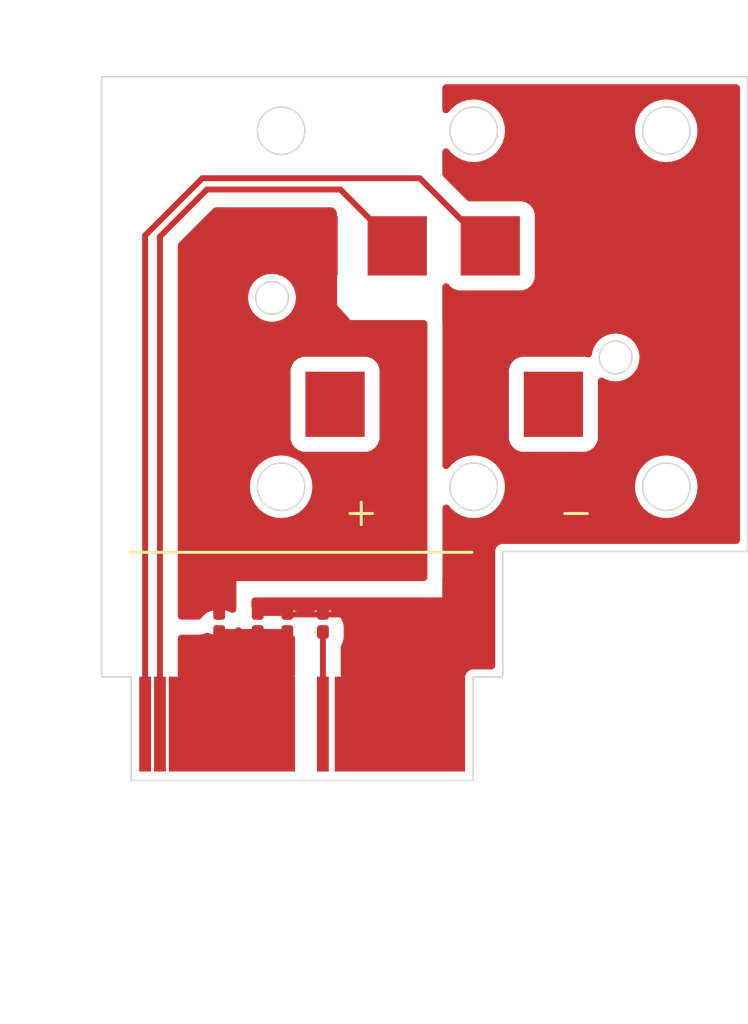
<source format=kicad_pcb>
(kicad_pcb (version 20240108) (generator "pcbnew") (generator_version "8.0")
  (layers (0 "F.Cu" signal) (31 "B.Cu" signal) (34 "B.Paste" user) (35 "F.Paste" user) (36 "B.SilkS" user "B.Silkscreen") (37 "F.SilkS" user "F.Silkscreen") (38 "B.Mask" user) (39 "F.Mask" user) (44 "Edge.Cuts" user))
  (net 0 "")
  (net 1 "Net-(Power_Connector_Camera1-+)")
  (net 2 "Net-(Power_Connector_Battery1--)")
  (net 3 "Net-(Power_Connector_Battery1-+)")
  (net 4 "Net-(Power_Connector_Camera1-???)")
  (net 5 "Net-(Power_Connector_Battery1-T)")
  (net 6 "Net-(Power_Connector_Battery1-D)")
  (footprint "Capacitor_SMD:C_0201_0603Metric" (layer "F.Cu") (at 138.27 88.095 -90)
    (property "Reference" "C1" (hide yes))
    (property "Value" "C" (hide yes))
    (pad "1" smd roundrect (at -0.32 0 270) (size 0.46 0.4) (layers "F.Cu" "F.Mask") (net 2 "Net-(Power_Connector_Battery1--)"))
    (pad "2" smd roundrect (at 0.32 0 270) (size 0.46 0.4) (layers "F.Cu" "F.Mask") (net 1 "Net-(Power_Connector_Camera1-+)"))
  )
  (footprint "Resistor_SMD:R_0201_0603Metric" (layer "F.Cu") (at 136.97 88.095 90)
    (property "Reference" "F1" (hide yes))
    (property "Value" "Fuse" (hide yes))
    (pad "1" smd roundrect (at -0.32 0 90) (size 0.46 0.4) (layers "F.Cu" "F.Mask") (net 1 "Net-(Power_Connector_Camera1-+)"))
    (pad "2" smd roundrect (at 0.32 0 90) (size 0.46 0.4) (layers "F.Cu" "F.Mask") (net 3 "Net-(Power_Connector_Battery1-+)"))
  )
  (footprint "Resistor_SMD:R_0201_0603Metric" (layer "F.Cu") (at 140.47 88.095 90)
    (property "Reference" "R1" (hide yes))
    (property "Value" "9K" (hide yes))
    (pad "1" smd roundrect (at -0.32 0 90) (size 0.46 0.4) (layers "F.Cu" "F.Mask") (net 4 "Net-(Power_Connector_Camera1-???)"))
    (pad "2" smd roundrect (at 0.32 0 90) (size 0.46 0.4) (layers "F.Cu" "F.Mask") (net 2 "Net-(Power_Connector_Battery1--)"))
  )
  (footprint "Leica-G9ii:Power_Connector_Battery" (layer "F.Cu") (at 144.55 78 180)
    (property "Reference" "Power_Connector_Battery1" (hide yes))
    (property "Value" "~" (hide yes))
    (fp_circle (center 5.797823 0.85) (end 6.247823 0.53) (stroke (width 0.05)) (fill none) (layer "Edge.Cuts"))
    (fp_circle (center -5.8 -1.162177) (end -5.35 -1.482177) (stroke (width 0.05)) (fill none) (layer "Edge.Cuts"))
    (pad "" smd rect (at -3.7 -2.74 180) (size 2 2.2) (layers "F.Cu" "F.Mask"))
    (pad "" smd rect (at 3.67 -2.74 180) (size 2 2.2) (layers "F.Cu" "F.Mask"))
    (pad "1" smd rect (at -4.58 2.6 180) (size 2 2) (layers "F.Cu" "F.Mask") (net 2 "Net-(Power_Connector_Battery1--)"))
    (pad "2" smd rect (at -1.57 2.6 180) (size 2 2) (layers "F.Cu" "F.Mask") (net 5 "Net-(Power_Connector_Battery1-T)"))
    (pad "3" smd rect (at 1.57 2.6 180) (size 2 2) (layers "F.Cu" "F.Mask") (net 6 "Net-(Power_Connector_Battery1-D)"))
    (pad "4" smd rect (at 4.58 2.6 180) (size 2 2) (layers "F.Cu" "F.Mask") (net 3 "Net-(Power_Connector_Battery1-+)"))
  )
  (footprint "Capacitor_SMD:C_0201_0603Metric" (layer "F.Cu") (at 139.27 88.095 -90)
    (property "Reference" "C2" (hide yes))
    (property "Value" "C" (hide yes))
    (pad "1" smd roundrect (at -0.32 0 270) (size 0.46 0.4) (layers "F.Cu" "F.Mask") (net 2 "Net-(Power_Connector_Battery1--)"))
    (pad "2" smd roundrect (at 0.32 0 270) (size 0.46 0.4) (layers "F.Cu" "F.Mask") (net 1 "Net-(Power_Connector_Camera1-+)"))
  )
  (footprint "Leica-G9ii:Power_Connector_Camera" (layer "F.Cu") (at 139.7 91.695)
    (property "Reference" "Power_Connector_Camera1" (hide yes))
    (property "Value" "~" (hide yes))
    (pad "1" smd rect (at -5.23 -0.175) (size 0.4 3.2) (layers "F.Cu" "F.Mask") (net 5 "Net-(Power_Connector_Battery1-T)") (clearance 0.05))
    (pad "2" smd rect (at -4.73 -0.175) (size 0.4 3.2) (layers "F.Cu" "F.Mask") (net 6 "Net-(Power_Connector_Battery1-D)") (clearance 0.05))
    (pad "3" smd rect (at -2.3 -0.175) (size 4.26 3.2) (layers "F.Cu" "F.Mask") (net 1 "Net-(Power_Connector_Camera1-+)") (clearance 0.05))
    (pad "4" smd rect (at 0.77 -0.175) (size 0.4 3.2) (layers "F.Cu" "F.Mask") (net 4 "Net-(Power_Connector_Camera1-???)") (clearance 0.05))
    (pad "5" smd rect (at 3.37 -0.175) (size 4.4 3.2) (layers "F.Cu" "F.Mask") (net 2 "Net-(Power_Connector_Battery1--)") (clearance 0.05))
  )
  (gr_line (start 145.5 85.73) (end 133.96 85.73) (stroke (width 0.1)) (layer "F.SilkS"))
  (gr_line (start 145.54 93.42) (end 134 93.42) (stroke (width 0.05)) (layer "Edge.Cuts"))
  (gr_line (start 154.8 85.7) (end 146.54 85.7) (stroke (width 0.05)) (layer "Edge.Cuts"))
  (gr_line (start 134 89.93) (end 133 89.93) (stroke (width 0.05)) (layer "Edge.Cuts"))
  (gr_circle (center 139.06 83.52) (end 139.86 83.52) (stroke (width 0.05)) (fill none) (layer "Edge.Cuts"))
  (gr_line (start 154.8 85.7) (end 154.8 69.7) (stroke (width 0.05)) (layer "Edge.Cuts"))
  (gr_circle (center 152.06 71.52) (end 152.86 71.52) (stroke (width 0.05)) (fill none) (layer "Edge.Cuts"))
  (gr_circle (center 145.56 71.52) (end 146.36 71.52) (stroke (width 0.05)) (fill none) (layer "Edge.Cuts"))
  (gr_circle (center 139.06 71.52) (end 139.86 71.52) (stroke (width 0.05)) (fill none) (layer "Edge.Cuts"))
  (gr_line (start 146.54 89.93) (end 146.54 85.7) (stroke (width 0.05)) (layer "Edge.Cuts"))
  (gr_line (start 146.54 89.93) (end 145.54 89.93) (stroke (width 0.05)) (layer "Edge.Cuts"))
  (gr_line (start 145.54 89.93) (end 145.54 93.42) (stroke (width 0.05)) (layer "Edge.Cuts"))
  (gr_line (start 133 69.7) (end 133 89.93) (stroke (width 0.05)) (layer "Edge.Cuts"))
  (gr_circle (center 152.06 83.52) (end 152.86 83.52) (stroke (width 0.05)) (fill none) (layer "Edge.Cuts"))
  (gr_line (start 134 93.42) (end 134 89.93) (stroke (width 0.05)) (layer "Edge.Cuts"))
  (gr_line (start 154.8 69.7) (end 133 69.7) (stroke (width 0.05)) (layer "Edge.Cuts"))
  (gr_circle (center 145.56 83.52) (end 146.36 83.52) (stroke (width 0.05)) (fill none) (layer "Edge.Cuts"))
  (gr_text "+" (at 141.08 84.93 0) (layer "F.SilkS") (effects (font (size 1 1) (thickness 0.1)) (justify left bottom)))
  (gr_text "-" (at 148.33 84.93 0) (layer "F.SilkS") (effects (font (size 1 1) (thickness 0.1)) (justify left bottom)))
  (segment (start 139.225 88.465) (end 139.2 88.44) (width 0.2) (layer "F.Cu") (net 1))
  (segment (start 139.27 88.415) (end 138.27 88.415) (width 0.2) (layer "F.Cu") (net 1))
  (segment (start 136.97 88.415) (end 136.97 91.09) (width 0.2) (layer "F.Cu") (net 1))
  (segment (start 136.97 91.09) (end 137.4 91.52) (width 0.2) (layer "F.Cu") (net 1))
  (segment (start 136 91.25) (end 136.01 91.24) (width 0.2) (layer "F.Cu") (net 1))
  (segment (start 136.97 88.415) (end 138.27 88.415) (width 0.2) (layer "F.Cu") (net 1))
  (segment (start 147.07 84.03) (end 147.13 84.09) (width 0.2) (layer "F.Cu") (net 2))
  (segment (start 145.6 87.8) (end 145.6 85.62) (width 0.2) (layer "F.Cu") (net 2))
  (segment (start 145.575 87.825) (end 145.6 87.8) (width 0.2) (layer "F.Cu") (net 2))
  (segment (start 138.27 87.775) (end 139.27 87.775) (width 0.2) (layer "F.Cu") (net 2))
  (segment (start 146.29 78.7) (end 149.09 75.9) (width 0.2) (layer "F.Cu") (net 2))
  (segment (start 144.14 87.825) (end 144.14 91.61) (width 0.2) (layer "F.Cu") (net 2))
  (segment (start 141.4 87.825) (end 140.2 87.825) (width 0.2) (layer "F.Cu") (net 2))
  (segment (start 141.4 87.825) (end 141.558456 87.825) (width 0.2) (layer "F.Cu") (net 2))
  (segment (start 140.2 87.825) (end 139.225 87.825) (width 0.2) (layer "F.Cu") (net 2))
  (segment (start 141.4 87.825) (end 145.575 87.825) (width 0.2) (layer "F.Cu") (net 2))
  (segment (start 147.07 82.96) (end 146.29 82.18) (width 0.2) (layer "F.Cu") (net 2))
  (segment (start 145.6 85.62) (end 147.13 84.09) (width 0.2) (layer "F.Cu") (net 2))
  (segment (start 146.29 82.18) (end 146.29 78.7) (width 0.2) (layer "F.Cu") (net 2))
  (segment (start 147.07 82.96) (end 147.07 84.03) (width 0.2) (layer "F.Cu") (net 2))
  (segment (start 139.225 87.825) (end 139.2 87.8) (width 0.2) (layer "F.Cu") (net 2))
  (segment (start 137.91 79.19) (end 138.75 79.19) (width 0.2) (layer "F.Cu") (net 3))
  (segment (start 138.75 79.19) (end 139.97 77.97) (width 0.2) (layer "F.Cu") (net 3))
  (segment (start 136.97 87.775) (end 136.97 80.13) (width 0.2) (layer "F.Cu") (net 3))
  (segment (start 136.97 80.13) (end 137.91 79.19) (width 0.2) (layer "F.Cu") (net 3))
  (segment (start 139.97 77.97) (end 139.97 75.4) (width 0.2) (layer "F.Cu") (net 3))
  (segment (start 140.47 88.415) (end 140.47 91.52) (width 0.2) (layer "F.Cu") (net 4))
  (segment (start 136.4 73.12) (end 143.74 73.12) (width 0.2) (layer "F.Cu") (net 5))
  (segment (start 134.47 75.05) (end 136.4 73.12) (width 0.2) (layer "F.Cu") (net 5))
  (segment (start 146.02 75.4) (end 146.12 75.4) (width 0.2) (layer "F.Cu") (net 5))
  (segment (start 143.74 73.12) (end 146.02 75.4) (width 0.2) (layer "F.Cu") (net 5))
  (segment (start 134.47 91.52) (end 134.47 75.05) (width 0.2) (layer "F.Cu") (net 5))
  (segment (start 134.97 75.087402) (end 136.557402 73.5) (width 0.2) (layer "F.Cu") (net 6))
  (segment (start 136.557402 73.5) (end 141.06 73.5) (width 0.2) (layer "F.Cu") (net 6))
  (segment (start 141.06 73.5) (end 142.94 75.38) (width 0.2) (layer "F.Cu") (net 6))
  (segment (start 134.97 91.52) (end 134.97 75.087402) (width 0.2) (layer "F.Cu") (net 6))
  (zone (net 1) (net_name "Net-(Power_Connector_Camera1-+)") (layer "F.Cu") (priority 1) (connect_pads yes (clearance 0.5)) (min_thickness 0.25) (fill yes (thermal_gap 0.5) (thermal_bridge_width 0.5))
    (polygon (pts (xy 139.53 89.98) (xy 139.53 88.19) (xy 135.27 88.2) (xy 135.27 89.98)))
  )
  (zone (net 2) (net_name "Net-(Power_Connector_Battery1--)") (layer "F.Cu") (connect_pads yes (clearance 0.5)) (min_thickness 0.25) (fill yes (thermal_gap 0.5) (thermal_bridge_width 0.5))
    (polygon (pts (xy 154.79 69.71) (xy 154.8 85.7) (xy 146.53 85.7) (xy 146.55 89.93) (xy 145.53 89.94) (xy 140.89 89.98) (xy 140.89 87.73) (xy 137.9 87.73) (xy 137.9 87.25) (xy 141.115172 87.25) (xy 144.5 87.25) (xy 144.5 69.7)))
  )
  (zone (net 3) (net_name "Net-(Power_Connector_Battery1-+)") (layer "F.Cu") (priority 2) (connect_pads yes (clearance 0.5)) (min_thickness 0.25) (fill yes (thermal_gap 0.5) (thermal_bridge_width 0.5))
    (polygon (pts (xy 140.95 77.4) (xy 141.4 77.9) (xy 144 77.9) (xy 144 82.3) (xy 144 86.7) (xy 137.55 86.7) (xy 137.55 88) (xy 135.27 88) (xy 135.28 75.26) (xy 136.73 73.83) (xy 140.94 73.83)))
  )
)
</source>
